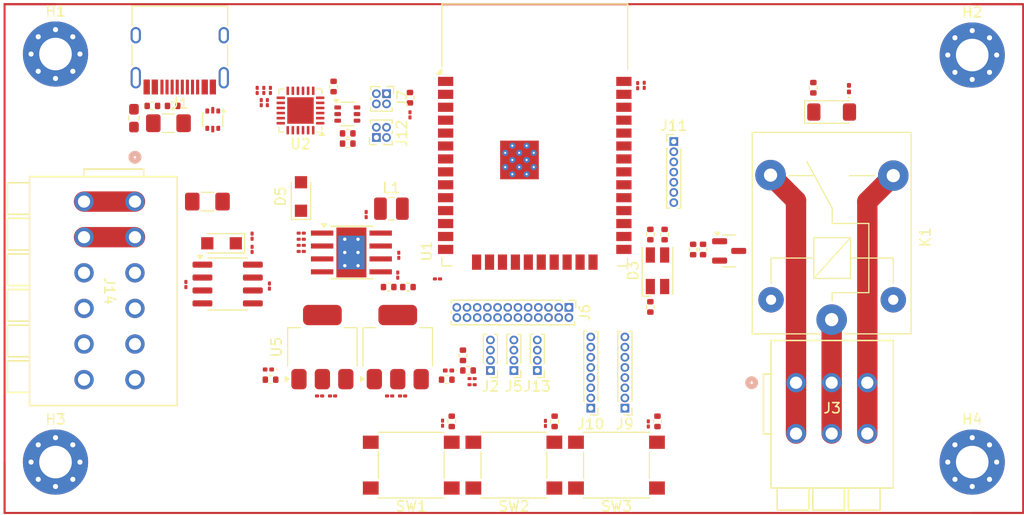
<source format=kicad_pcb>
(kicad_pcb (version 20240108) (generator "pcbnew") (generator_version "8.0")
  (layers (0 "F.Cu" signal) (1 "In1.Cu" signal) (2 "In2.Cu" signal) (3 "In3.Cu" signal) (4 "In4.Cu" signal) (31 "B.Cu" signal) (34 "B.Paste" user) (35 "F.Paste" user) (36 "B.SilkS" user "B.Silkscreen") (37 "F.SilkS" user "F.Silkscreen") (38 "B.Mask" user) (39 "F.Mask" user) (44 "Edge.Cuts" user))
  (net 0 "")
  (net 1 "GND")
  (net 2 "+5VA")
  (net 3 "+3.3VA")
  (net 4 "Net-(U2-VPP)")
  (net 5 "+5V")
  (net 6 "+3.3V")
  (net 7 "/SW")
  (net 8 "/EN")
  (net 9 "/IO0")
  (net 10 "Net-(C19-Pad1)")
  (net 11 "Net-(D6-K)")
  (net 12 "Net-(U6-VCC)")
  (net 13 "Net-(U6-FB)")
  (net 14 "Net-(U6-BOOT)")
  (net 15 "Net-(U6-SW)")
  (net 16 "+3.3V Sensor")
  (net 17 "Net-(D1-A)")
  (net 18 "Net-(D2-A)")
  (net 19 "Net-(D3-GK)")
  (net 20 "Net-(D3-RK)")
  (net 21 "Net-(D3-BK)")
  (net 22 "Net-(D4-A)")
  (net 23 "+12V")
  (net 24 "Net-(D7-A)")
  (net 25 "Net-(F1-Pad1)")
  (net 26 "+5VP")
  (net 27 "Net-(J1-D+-PadA6)")
  (net 28 "Net-(J1-D--PadA7)")
  (net 31 "Net-(J1-CC1)")
  (net 32 "Net-(J1-CC2)")
  (net 33 "/SDA")
  (net 34 "/SCL")
  (net 35 "Net-(J3-3_1)")
  (net 36 "Net-(J3-2_1)")
  (net 37 "Net-(J3-1_1)")
  (net 38 "/CAN_RX")
  (net 39 "/SCK")
  (net 40 "/CAN_TX")
  (net 41 "/LED_G")
  (net 42 "/RFID1_SS")
  (net 43 "/IO12")
  (net 44 "/RFID_RST")
  (net 45 "/RELAY")
  (net 46 "/RFID0_SS")
  (net 47 "/MISO")
  (net 48 "/IO16")
  (net 49 "/LED_B")
  (net 50 "/AUX_CAN_CS")
  (net 51 "/LED_R")
  (net 52 "/AUX_CAN_INT")
  (net 53 "/MOSI")
  (net 56 "/RTS")
  (net 57 "/RX")
  (net 58 "/TX")
  (net 59 "/DTR")
  (net 61 "/CAN_L")
  (net 62 "/CAN_H")
  (net 63 "Net-(Q2-B)")
  (net 64 "Net-(U2-~{RST})")
  (net 65 "Net-(U2-TXD)")
  (net 66 "Net-(U2-RXD)")
  (net 68 "Net-(U2-D+)")
  (net 70 "Net-(U2-D-)")
  (net 81 "Net-(J14-1_1)")
  (net 89 "/IO2")
  (footprint "LED_SMD:LED_RGB_Wuerth-PLCC4_3.2x2.8mm_150141M173100" (layer "F.Cu") (at 150.8 111 90)
    (property "Reference" "D3")
    (property "Value" "LED_RGBA" (hide yes))
  )
  (footprint "Capacitor_SMD:C_01005_0402Metric" (layer "F.Cu") (at 111.9 94.475 90)
    (property "Reference" "C4" (hide yes))
    (property "Value" "100n" (hide yes))
  )
  (footprint "Capacitor_SMD:C_01005_0402Metric" (layer "F.Cu") (at 124.5 123.3 180)
    (property "Reference" "C28" (hide yes))
    (property "Value" "22u" (hide yes))
  )
  (footprint "Package_TO_SOT_SMD:SOT-363_SC-70-6" (layer "F.Cu") (at 120.35 95.6)
    (property "Reference" "Q1" (hide yes))
    (property "Value" "UMH3N" (hide yes))
  )
  (footprint "Resistor_SMD:R_0402_1005Metric" (layer "F.Cu") (at 150.8 125.8 90)
    (property "Reference" "R18" (hide yes))
    (property "Value" "10K" (hide yes))
  )
  (footprint "Resistor_SMD:R_0402_1005Metric" (layer "F.Cu") (at 112.81 121.7 180)
    (property "Reference" "R6" (hide yes))
    (property "Value" "1K" (hide yes))
  )
  (footprint "Capacitor_SMD:C_01005_0402Metric" (layer "F.Cu") (at 122.2 105.475 90)
    (property "Reference" "C27" (hide yes))
    (property "Value" "100n" (hide yes))
  )
  (footprint "Package_TO_SOT_SMD:SOT-223-3_TabPin2" (layer "F.Cu") (at 117.9 118.5 90)
    (property "Reference" "U5")
    (property "Value" "TLV1117LV-3.3V" (hide yes))
  )
  (footprint "Fuse:Fuse_1206_3216Metric_Pad1.42x1.75mm_HandSolder" (layer "F.Cu") (at 106.6125 104.2 180)
    (property "Reference" "F2" (hide yes))
    (property "Value" "Polyfuse" (hide yes))
  )
  (footprint "Resistor_SMD:R_0402_1005Metric" (layer "F.Cu") (at 130.11 121.7)
    (property "Reference" "R21" (hide yes))
    (property "Value" "1K" (hide yes))
  )
  (footprint "Button_Switch_SMD:SW_Push_1P1T_NO_6x6mm_H9.5mm" (layer "F.Cu") (at 136.7 130.1 180)
    (property "Reference" "SW2")
    (property "Value" "SW_SPST" (hide yes))
  )
  (footprint "Fuse:Fuse_1206_3216Metric_Pad1.42x1.75mm_HandSolder" (layer "F.Cu") (at 102.7875 96.5)
    (property "Reference" "F1" (hide yes))
    (property "Value" "1A Polyfuse" (hide yes))
  )
  (footprint "MountingHole:MountingHole_3.2mm_M3_Pad_Via" (layer "F.Cu") (at 181.7 129.8)
    (property "Reference" "H4")
    (property "Value" "Hole_Pad" (hide yes))
  )
  (footprint "Resistor_SMD:R_0402_1005Metric" (layer "F.Cu") (at 120.39 98.5)
    (property "Reference" "R5" (hide yes))
    (property "Value" "22R" (hide yes))
  )
  (footprint "Inductor_SMD:L_0603_1608Metric_Pad1.05x0.95mm_HandSolder" (layer "F.Cu") (at 99.4 96 -90)
    (property "Reference" "FB1" (hide yes))
    (property "Value" "BLM21PG221" (hide yes))
  )
  (footprint "Capacitor_SMD:C_01005_0402Metric" (layer "F.Cu") (at 132.6 121.6)
    (property "Reference" "C11" (hide yes))
    (property "Value" "22u" (hide yes))
  )
  (footprint "Capacitor_SMD:C_01005_0402Metric" (layer "F.Cu") (at 115.825 107.9)
    (property "Reference" "C22" (hide yes))
    (property "Value" "22u" (hide yes))
  )
  (footprint "Capacitor_SMD:C_01005_0402Metric" (layer "F.Cu") (at 112.15 93.275 90)
    (property "Reference" "C2" (hide yes))
    (property "Value" "4u7" (hide yes))
  )
  (footprint "Capacitor_SMD:C_01005_0402Metric" (layer "F.Cu") (at 115.825 107.3)
    (property "Reference" "C21" (hide yes))
    (property "Value" "22u" (hide yes))
  )
  (footprint "Resistor_SMD:R_0402_1005Metric" (layer "F.Cu") (at 101.21 94.8 180)
    (property "Reference" "R1" (hide yes))
    (property "Value" "5K1" (hide yes))
  )
  (footprint "Resistor_SMD:R_0402_1005Metric" (layer "F.Cu") (at 151.5 107.44 90)
    (property "Reference" "R9" (hide yes))
    (property "Value" "1K" (hide yes))
  )
  (footprint "Resistor_SMD:R_0402_1005Metric" (layer "F.Cu") (at 150.1 114.55 90)
    (property "Reference" "R10" (hide yes))
    (property "Value" "1K")
  )
  (footprint "Connector_PinHeader_1.00mm:PinHeader_1x04_P1.00mm_Vertical" (layer "F.Cu") (at 136.7 120.8 180)
    (property "Reference" "J5")
    (property "Value" "Conn_01x04" (hide yes))
  )
  (footprint "Resistor_SMD:R_0402_1005Metric" (layer "F.Cu") (at 130.6 125.8 90)
    (property "Reference" "R7" (hide yes))
    (property "Value" "10K" (hide yes))
  )
  (footprint "Capacitor_SMD:C_01005_0402Metric" (layer "F.Cu") (at 115.825 109.1)
    (property "Reference" "C24" (hide yes))
    (property "Value" "22u" (hide yes))
  )
  (footprint "Connector_PinHeader_1.00mm:PinHeader_1x08_P1.00mm_Vertical" (layer "F.Cu") (at 147.6 124.5 180)
    (property "Reference" "J9")
    (property "Value" "RC522_0" (hide yes))
  )
  (footprint "LED_SMD:LED_0201_0603Metric" (layer "F.Cu") (at 169.6 93.1 90)
    (property "Reference" "D2" (hide yes))
    (property "Value" "YELLOW" (hide yes))
  )
  (footprint "Diode_SMD:D_MiniMELF" (layer "F.Cu") (at 167.9 95.4)
    (property "Reference" "D1" (hide yes))
    (property "Value" "LL4148" (hide yes))
  )
  (footprint "Package_SO:SOIC-8_3.9x4.9mm_P1.27mm" (layer "F.Cu") (at 108.6 112.3)
    (property "Reference" "U4" (hide yes))
    (property "Value" "TJA1051T-3")
  )
  (footprint "Connector_PinHeader_1.00mm:PinHeader_1x08_P1.00mm_Vertical" (layer "F.Cu") (at 144.25 124.5 180)
    (property "Reference" "J10")
    (property "Value" "RC522_1" (hide yes))
  )
  (footprint "Package_DFN_QFN:QFN-24-1EP_4x4mm_P0.5mm_EP2.6x2.6mm" (layer "F.Cu") (at 115.75 95.25 180)
    (property "Reference" "U2")
    (property "Value" "CP2104")
  )
  (footprint "Connector_PinHeader_1.00mm:PinHeader_2x12_P1.00mm_Vertical" (layer "F.Cu") (at 142.1 114.6 -90)
    (property "Reference" "J6")
    (property "Value" "Conn_02x12" (hide yes))
  )
  (footprint "Package_SO:Texas_HTSOP-8-1EP_3.9x4.9mm_P1.27mm_EP2.95x4.9mm_Mask2.4x3.1mm_ThermalVias" (layer "F.Cu") (at 120.75 109.2)
    (property "Reference" "U6" (hide yes))
    (property "Value" "LMR36510ADDA" (hide yes))
  )
  (footprint "Package_TO_SOT_SMD:SOT-223-3_TabPin2" (layer "F.Cu") (at 125.3 118.5 90)
    (property "Reference" "U7" (hide yes))
    (property "Value" "TLV1117LV-3.3V" (hide yes))
  )
  (footprint "Diode_SMD:Nexperia_CFP3_SOD-123W" (layer "F.Cu") (at 108 108.3 180)
    (property "Reference" "D6" (hide yes))
    (property "Value" "PMEG6020AELR" (hide yes))
  )
  (footprint "Capacitor_SMD:C_01005_0402Metric" (layer "F.Cu") (at 126.5 95.675 -90)
    (property "Reference" "C16" (hide yes))
    (property "Value" "100n" (hide yes))
  )
  (footprint "Resistor_SMD:R_0402_1005Metric" (layer "F.Cu") (at 103.2 94.8 180)
    (property "Reference" "R2" (hide yes))
    (property "Value" "5K1" (hide yes))
  )
  (footprint "Connector_USB:USB_C_Receptacle_HRO_TYPE-C-31-M-12" (layer "F.Cu") (at 103.9 88.9 180)
    (property "Reference" "J1")
    (property "Value" "USB_C_Receptacle_USB2.0_16P" (hide yes))
  )
  (footprint "Library:CONN3_2601-1103_WAG" (layer "F.Cu") (at 164.4 122)
    (property "Reference" "J3")
    (property "Value" "2601-1103")
  )
  (footprint "Connector_PinHeader_1.00mm:PinHeader_1x07_P1.00mm_Vertical" (layer "F.Cu") (at 152.4 98.3)
    (property "Reference" "J11")
    (property "Value" "MCP2515_EXP" (hide yes))
  )
  (footprint "Capacitor_SMD:C_01005_0402Metric" (layer "F.Cu") (at 139.8 126 90)
    (property "Reference" "C17" (hide yes))
    (property "Value" "100n" (hide yes))
  )
  (footprint "Capacitor_SMD:C_01005_0402Metric" (layer "F.Cu") (at 111 108.9 -90)
    (property "Reference" "C19" (hide yes))
    (property "Value" "22u" (hide yes))
  )
  (footprint "Button_Switch_SMD:SW_Push_1P1T_NO_6x6mm_H9.5mm" (layer "F.Cu") (at 126.625 130.1 180)
    (property "Reference" "SW1")
    (property "Value" "SW_SPST" (hide yes))
  )
  (footprint "Resistor_SMD:R_0402_1005Metric" (layer "F.Cu") (at 120.39 97.5)
    (property "Reference" "R4" (hide yes))
    (property "Value" "22R" (hide yes))
  )
  (footprint "Capacitor_SMD:C_01005_0402Metric" (layer "F.Cu") (at 112.7 112.5 90)
    (property "Reference" "C13" (hide yes))
    (property "Value" "22u" (hide yes))
  )
  (footprint "Capacitor_SMD:C_01005_0402Metric" (layer "F.Cu") (at 112.5 94.475 90)
    (property "Reference" "C5" (hide yes))
    (property "Value" "22u" (hide yes))
  )
  (footprint "Capacitor_SMD:C_01005_0402Metric" (layer "F.Cu") (at 115.825 108.5)
    (property "Reference" "C23" (hide yes))
    (property "Value" "22u" (hide yes))
  )
  (footprint "Capacitor_SMD:C_01005_0402Metric" (layer "F.Cu") (at 117.625 123.3 180)
    (property "Reference" "C7" (hide yes))
    (property "Value" "22u" (hide yes))
  )
  (footprint "Resistor_SMD:R_0402_1005Metric" (layer "F.Cu") (at 119 92.89 90)
    (property "Reference" "R3" (hide yes))
    (property "Value" "10k" (hide yes))
  )
  (footprint "Library:ESP32-WROOM-32D-3d" (layer "F.Cu") (at 138.75 100.64)
    (property "Reference" "U1")
    (property "Value" "ESP32-WROOM-32D")
  )
  (footprint "LED_SMD:LED_0201_0603Metric" (layer "F.Cu") (at 130.285 120.8 180)
    (property "Reference" "D7" (hide yes))
    (property "Value" "LED")
  )
  (footprint "Diode_SMD:Nexperia_CFP3_SOD-123W" (layer "F.Cu") (at 115.8 103.7 90)
    (property "Reference" "D5")
    (property "Value" "PMEG6020AELR" (hide yes))
  )
  (footprint "Library:CONN6_2601-1106_WAG" (layer "F.Cu") (at 99.5 104.199995 -90)
    (property "Reference" "J14")
    (property "Value" "2601-1106")
  )
  (footprint "Capacitor_SMD:C_01005_0402Metric" (layer "F.Cu") (at 125.775 123.3 180)
    (property "Reference" "C29" (hide yes))
    (property "Value" "22u" (hide yes))
  )
  (footprint "Resistor_SMD:R_0402_1005Metric" (layer "F.Cu") (at 166.1 93.01 -90)
    (property "Reference" "R15" (hide yes))
    (property "Value" "1K" (hide yes))
  )
  (footprint "Package_TO_SOT_SMD:SOT-23" (layer "F.Cu") (at 157.8375 109.05)
    (property "Reference" "Q2" (hide yes))
    (property "Value" "BC817")
  )
  (footprint "Connector_PinHeader_1.00mm:PinHeader_2x02_P1.00mm_Vertical" (layer "F.Cu") (at 123.2 97.9 90)
    (property "Reference" "J12")
    (property "Value" "Conn_02x02" (hide yes))
  )
  (footprint "Connector_PinHeader_1.00mm:PinHeader_1x04_P1.00mm_Vertical" (layer "F.Cu") (at 139 120.8 180)
    (property "Reference" "J13")
    (property "Value" "Conn_01x04" (hide yes))
  )
  (footprint "MountingHole:MountingHole_3.2mm_M3_Pad_Via" (layer "F.Cu") (at 91.7 129.8)
    (property "Reference" "H3")
    (property "Value" "Hole_Pad" (hide yes))
  )
  (footprint "MountingHole:MountingHole_3.2mm_M3_Pad_Via" (layer "F.Cu") (at 181.7 89.8)
    (property "Reference" "H2")
    (property "Value" "Hole_Pad" (hide yes))
  )
  (footprint "Resistor_SMD:R_0402_1005Metric" (layer "F.Cu") (at 155.275 108.91 90)
    (property "Reference" "R13" (hide yes))
    (property "Value" "10K" (hide yes))
  )
  (footprint "Connector_PinHeader_1.00mm:PinHeader_1x04_P1.00mm_Vertical" (layer "F.Cu") (at 134.4 120.8 180)
    (property "Reference" "J2")
    (property "Value" "Conn_01x04" (hide yes))
  )
  (footprint "Capacitor_SMD:C_01005_0402Metric" (layer "F.Cu") (at 149.9 126.05 90)
    (property "Reference" "C18" (hide yes))
    (property "Value" "100n" (hide yes))
  )
  (footprint "Inductor_SMD:L_1008_2520Metric" (layer "F.Cu") (at 124.675 104.9)
    (property "Reference" "L1")
    (property "Value" "22uH" (hide yes))
  )
  (footprint "Capacitor_SMD:C_01005_0402Metric" (layer "F.Cu") (at 148.8524 92.8044 90)
    (property "Reference" "C14" (hide yes))
    (property "Value" "100n" (hide yes))
  )
  (footprint "Resistor_SMD:R_0402_1005Metric" (layer "F.Cu") (at 126.5 93.99 90)
    (property "Reference" "R16" (hide yes))
    (property "Value" "10K" (hide yes))
  )
  (footprint "Resistor_SMD:R_0402_1005Metric" (layer "F.Cu") (at 126.3 112.6)
    (property "Reference" "R19" (hide yes))
    (property "Value" "20K" (hide yes))
  )
  (footprint "Resistor_SMD:R_0402_1005Metric" (layer "F.Cu") (at 154.3 108.91 -90)
    (property "Reference" "R14" (hide yes))
    (property "Value" "1K" (hide yes))
  )
  (footprint "Capacitor_SMD:C_01005_0402Metric" (layer "F.Cu") (at 111.5 93.275 90)
    (property "Reference" "C1" (hide yes))
    (property "Value" "100n" (hide yes))
  )
  (footprint "Package_TO_SOT_SMD:SOT-666" (layer "F.Cu") (at 107.1375 96.15 -90)
    (property "Reference" "U3" (hide yes))
    (property "Value" "USBLC6-2P6" (hide yes))
  )
  (footprint "Resistor_SMD:R_0402_1005Metric" (layer "F.Cu") (at 132.2 120.8 180)
    (property "Reference" "R12" (hide yes))
    (property "Value" "4k7" (hide yes))
  )
  (footprint "Resistor_SMD:R_0402_1005Metric" (layer "F.Cu") (at 150.1 107.44 90)
    (property "Reference" "R8" (hide yes))
    (property "Value" "1K" (hide yes))
  )
  (footprint "Capacitor_SMD:C_01005_0402Metric" (layer "F.Cu") (at 118.9 123.3)
    (property "Reference" "C8" (hide yes))
    (property "Value" "22u" (hide yes))
  )
  (footprint "Capacitor_SMD:C_01005_0402Metric" (layer "F.Cu") (at 129.2 111.8)
    (property "Reference" "C6" (hide yes))
    (property "Value" "4u7" (hide yes))
  )
  (footprint "Capacitor_SMD:C_01005_0402Metric" (layer "F.Cu") (at 111 107.6 -90)
    (property "Reference" "C20" (hide yes))
    (property "Value" "22u" (hide yes))
  )
  (footprint "MountingHole:MountingHole_3.2mm_M3_Pad_Via" (layer "F.Cu") (at 91.7 89.7)
    (property "Reference" "H1")
    (property "Value" "Hole_Pad" (hide yes))
  )
  (footprint "Capacitor_SMD:C_01005_0402Metric" (layer "F.Cu") (at 125.3 111.425 -90)
    (property "Reference" "C26" (hide yes))
    (property "Value" "22u" (hide yes))
  )
  (footprint "Resistor_SMD:R_0402_1005Metric" (layer "F.Cu") (at 124.41 112.6 180)
    (property "Reference" "R20" (hide yes))
    (property "Value" "113K" (hide yes))
  )
  (footprint "Capacitor_SMD:C_01005_0402Metric" (layer "F.Cu") (at 149.5 92.775 90)
    (property "Reference" "C15" (hide yes))
    (property "Value" "22u" (hide yes))
  )
  (footprint "Resistor_SMD:R_0402_1005Metric" (layer "F.Cu") (at 131.7 119.31 -90)
    (property "Reference" "R11" (hide yes))
    (property "Value" "4k7" (hide yes))
  )
  (footprint "Capacitor_SMD:C_01005_0402Metric" (layer "F.Cu") (at 125.4 109.475 90)
    (property "Reference" "C25" (hide yes))
    (property "Value" "4u7" (hide yes))
  )
  (footprint "Capacitor_SMD:C_01005_0402Metric" (layer "F.Cu") (at 112.8 93.275 90)
    (property "Reference" "C3" (hide yes))
    (property "Value" "22u" (hide yes))
  )
  (footprint "Capacitor_SMD:C_01005_0402Metric" (layer "F.Cu") (at 132.6 122.2)
    (property "Reference" "C12" (hide yes))
    (property "Value" "22u" (hide yes))
  )
  (footprint "Capacitor_SMD:C_01005_0402Metric" (layer "F.Cu") (at 129.7 125.975 90)
    (property "Reference" "C9" (hide yes))
    (property "Value" "100n" (hide yes))
  )
  (footprint "Relay_THT:Relay_SPDT_SANYOU_SRD_Series_Form_C" (layer "F.Cu") (at 167.9 115.8 90)
    (property "Reference" "K1")
    (property "Value" "SANYOU_SRD_Form_C" (hide yes))
  )
  (footprint "Button_Switch_SMD:SW_Push_1P1T_NO_6x6mm_H9.5mm" (layer "F.Cu") (at 146.775 130.1 180)
    (property "Reference" "SW3")
    (property "Value" "SW_SPST" (hide yes))
  )
  (footprint "LED_SMD:LED_0201_0603Metric" (layer "F.Cu") (at 112.6 120.7 180)
    (property "Reference" "D4" (hide yes))
    (property "Value" "LED")
  )
  (footprint "Capacitor_SMD:C_01005_0402Metric" (layer "F.Cu") (at 104.5 112.35 90)
    (property "Reference" "C10" (hide yes))
    (property "Value" "100n" (hide yes))
  )
  (footprint "Resistor_SMD:R_0402_1005Metric" (layer "F.Cu") (at 140.7 125.8 90)
    (property "Reference" "R17" (hide yes))
    (property "Value" "10K" (hide yes))
  )
  (footprint "Connector_PinHeader_1.00mm:PinHeader_2x02_P1.00mm_Vertical" (layer "F.Cu") (at 124.2 93.6 -90)
    (property "Reference" "J7")
    (property "Value" "Conn_02x02" (hide yes))
  )
  (gr_line (start 186.7 134.8) (end 181.7 134.8) (stroke (width 0.2)) (layer "F.Cu") (net 1))
  (gr_line (start 86.7 134.8) (end 86.7 129.8) (stroke (width 0.2)) (layer "F.Cu") (net 1))
  (gr_rect (start 86.7 84.8) (end 186.7 134.8) (stroke (width 0.2)) (fill none) (layer "F.Cu") (net 1))
  (gr_line (start 86.7 84.8) (end 91.7 84.8) (stroke (width 0.2)) (layer "F.Cu") (net 1))
  (gr_line (start 186.7 84.8) (end 181.7 84.8) (stroke (width 0.2)) (layer "F.Cu") (net 1))
  (segment (start 94.5 107.699995) (end 99.5 107.699995) (width 2) (layer "F.Cu") (net 1))
  (segment (start 171.400001 122) (end 171.400001 104.199999) (width 2) (layer "F.Cu") (net 35))
  (segment (start 171.400001 127) (end 171.400001 122) (width 2) (layer "F.Cu") (net 35))
  (segment (start 171.400001 104.199999) (end 173.95 101.65) (width 2) (layer "F.Cu") (net 35))
  (segment (start 167.9 127) (end 167.9 122) (width 2) (layer "F.Cu") (net 36))
  (segment (start 167.9 122) (end 167.9 115.8) (width 2) (layer "F.Cu") (net 36))
  (segment (start 164.4 104.1) (end 161.9 101.6) (width 2) (layer "F.Cu") (net 37))
  (segment (start 164.4 127) (end 164.4 122) (width 2) (layer "F.Cu") (net 37))
  (segment (start 164.4 122) (end 164.4 104.1) (width 2) (layer "F.Cu") (net 37))
  (segment (start 94.5 104.199995) (end 99.5 104.199995) (width 2) (layer "F.Cu") (net 81))
)
</source>
